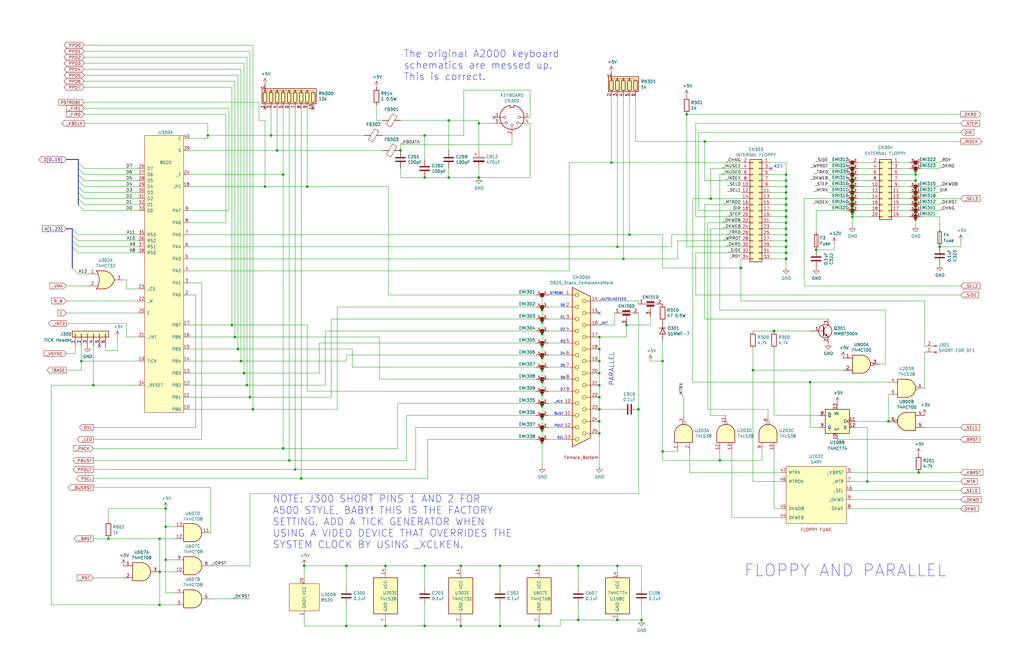
<source format=kicad_sch>
(kicad_sch (version 20230121) (generator eeschema)

  (uuid ec51cbc6-4428-4795-ba7c-8dcfd7c2fb0e)

  (paper "B")

  (title_block
    (title "Amiga 2000 EATX")
    (date "2023-03-10")
    (rev "3.0")
  )

  

  (junction (at 45.72 227.33) (diameter 0) (color 0 0 0 0)
    (uuid 01ec8e76-cec8-408f-a48b-c8d6168ae197)
  )
  (junction (at 119.38 73.66) (diameter 0) (color 0 0 0 0)
    (uuid 02ba5d27-61cc-494f-8407-a535675cf489)
  )
  (junction (at 331.47 91.44) (diameter 0) (color 0 0 0 0)
    (uuid 02d6d108-526f-4236-827d-bac5e8eec2bc)
  )
  (junction (at 116.84 63.5) (diameter 0) (color 0 0 0 0)
    (uuid 0460af77-a52c-485f-a60f-bfc844a4beca)
  )
  (junction (at 87.63 57.15) (diameter 0) (color 0 0 0 0)
    (uuid 04ec6e0a-2f08-4404-86ee-c24ac6efe114)
  )
  (junction (at 194.31 264.16) (diameter 0) (color 0 0 0 0)
    (uuid 053e9fc9-b3c4-4223-b441-5690ebe7f083)
  )
  (junction (at 341.63 161.29) (diameter 0) (color 0 0 0 0)
    (uuid 05b75b1f-b1cf-4ba0-809b-f1d158c8c08b)
  )
  (junction (at 359.41 85.09) (diameter 0) (color 0 0 0 0)
    (uuid 06c3acc2-e909-4843-860d-ba4386f135c8)
  )
  (junction (at 252.73 167.64) (diameter 0) (color 0 0 0 0)
    (uuid 075a5518-a4d0-4fb8-939c-db5719f1c2e3)
  )
  (junction (at 34.29 152.4) (diameter 0) (color 0 0 0 0)
    (uuid 07b4a604-c787-434d-83c6-e59b67c1bb9a)
  )
  (junction (at 228.6 146.05) (diameter 0) (color 0 0 0 0)
    (uuid 085187f3-71ef-4b8e-a527-7bf395cd0f0f)
  )
  (junction (at 179.07 74.93) (diameter 0) (color 0 0 0 0)
    (uuid 08703698-dec2-4b85-92c6-866db7fe5506)
  )
  (junction (at 67.31 227.33) (diameter 0) (color 0 0 0 0)
    (uuid 08c16359-1df7-4f82-b69b-9e99b2f1d114)
  )
  (junction (at 252.73 162.56) (diameter 0) (color 0 0 0 0)
    (uuid 09310e9a-ba64-4e68-b84d-32566b95f6c5)
  )
  (junction (at 297.18 59.69) (diameter 0) (color 0 0 0 0)
    (uuid 09ee9cf5-a101-4ef1-bfc9-8023bdd7af2d)
  )
  (junction (at 359.41 87.63) (diameter 0) (color 0 0 0 0)
    (uuid 0ac97cdc-a21e-4d1b-aee0-628c72707935)
  )
  (junction (at 331.47 83.82) (diameter 0) (color 0 0 0 0)
    (uuid 0da8bcfc-ef7f-4ea0-bfb1-e05f21b0a07a)
  )
  (junction (at 386.08 80.01) (diameter 0) (color 0 0 0 0)
    (uuid 0dec38ca-836a-4bc1-8d39-f9f9db7ac9ae)
  )
  (junction (at 312.42 113.03) (diameter 0) (color 0 0 0 0)
    (uuid 1165fac8-64cc-478c-b832-a6dbcc1dd761)
  )
  (junction (at 228.6 151.13) (diameter 0) (color 0 0 0 0)
    (uuid 146f46a9-12a8-4152-8f37-3b1b8c76bd03)
  )
  (junction (at 210.82 238.76) (diameter 0) (color 0 0 0 0)
    (uuid 178255c5-a20f-4054-9403-cfb3e9626efe)
  )
  (junction (at 331.47 104.14) (diameter 0) (color 0 0 0 0)
    (uuid 1be5ce24-002e-4396-8c9b-ea5a16f218f0)
  )
  (junction (at 260.35 261.62) (diameter 0) (color 0 0 0 0)
    (uuid 1c92fe1f-7738-4e74-ac8b-79d700f7fad0)
  )
  (junction (at 252.73 157.48) (diameter 0) (color 0 0 0 0)
    (uuid 1cab43dd-478e-40e4-87ef-b13e654d8019)
  )
  (junction (at 252.73 182.88) (diameter 0) (color 0 0 0 0)
    (uuid 2038f59a-eee5-47e1-a6da-7f1065874311)
  )
  (junction (at 386.08 76.2) (diameter 0) (color 0 0 0 0)
    (uuid 20f70a55-fa9c-4db3-a55e-eca87070f345)
  )
  (junction (at 69.85 236.22) (diameter 0) (color 0 0 0 0)
    (uuid 2188f82f-425f-4534-adc7-ae9067cd5685)
  )
  (junction (at 189.23 74.93) (diameter 0) (color 0 0 0 0)
    (uuid 2601d13f-b1d5-4549-b05b-d2b6e4bb3827)
  )
  (junction (at 359.41 90.17) (diameter 0) (color 0 0 0 0)
    (uuid 2f22e1ad-2bad-4f49-a4cd-d2363091d9cd)
  )
  (junction (at 227.33 264.16) (diameter 0) (color 0 0 0 0)
    (uuid 3183d3fc-a05f-4ae6-a221-ca9664d56006)
  )
  (junction (at 331.47 81.28) (diameter 0) (color 0 0 0 0)
    (uuid 3288bff7-ba75-415a-981f-b18526d4941a)
  )
  (junction (at 201.93 52.07) (diameter 0) (color 0 0 0 0)
    (uuid 3335f19f-3700-49ab-9469-22df201e4755)
  )
  (junction (at 67.31 255.27) (diameter 0) (color 0 0 0 0)
    (uuid 387c3a3b-15ff-426e-a75e-f34c11036e40)
  )
  (junction (at 396.24 104.14) (diameter 0) (color 0 0 0 0)
    (uuid 38d55c0d-e246-4f7f-af44-77ff4db4f9a9)
  )
  (junction (at 168.91 63.5) (diameter 0) (color 0 0 0 0)
    (uuid 3a17b2e5-367d-4fc8-adea-3068a445e858)
  )
  (junction (at 114.3 57.15) (diameter 0) (color 0 0 0 0)
    (uuid 3ce02f4f-9bb0-4f8b-a1ea-986067a2dfa4)
  )
  (junction (at 260.35 104.14) (diameter 0) (color 0 0 0 0)
    (uuid 3d4ce464-9cfe-45ab-a115-abec4ddb1300)
  )
  (junction (at 121.92 194.31) (diameter 0) (color 0 0 0 0)
    (uuid 3daac299-130a-4163-b194-af057b923300)
  )
  (junction (at 331.47 109.22) (diameter 0) (color 0 0 0 0)
    (uuid 41d8962f-f541-4889-9a6e-5ca48efb8397)
  )
  (junction (at 386.08 87.63) (diameter 0) (color 0 0 0 0)
    (uuid 4268331f-c98d-4fc6-bcde-b5cb2d3189cb)
  )
  (junction (at 331.47 99.06) (diameter 0) (color 0 0 0 0)
    (uuid 42c6225d-16df-45ff-a264-16293d3035af)
  )
  (junction (at 162.56 238.76) (diameter 0) (color 0 0 0 0)
    (uuid 4342d450-0bf1-4f72-9eb2-72a596b1e1ac)
  )
  (junction (at 386.08 85.09) (diameter 0) (color 0 0 0 0)
    (uuid 478e9601-6f53-4ba0-807b-06febb2bdc61)
  )
  (junction (at 331.47 86.36) (diameter 0) (color 0 0 0 0)
    (uuid 4857972f-8f9b-4dbf-acc8-4f48246bf45f)
  )
  (junction (at 104.14 162.56) (diameter 0) (color 0 0 0 0)
    (uuid 49fb2c8d-ec80-4efb-bfec-d1c6045e1798)
  )
  (junction (at 359.41 91.44) (diameter 0) (color 0 0 0 0)
    (uuid 4d561f85-971c-4952-a874-4116699a078b)
  )
  (junction (at 228.6 171.45) (diameter 0) (color 0 0 0 0)
    (uuid 4d73c692-7835-453b-9615-2c6e0cf77e73)
  )
  (junction (at 69.85 222.25) (diameter 0) (color 0 0 0 0)
    (uuid 506c09e8-7c1d-47ef-94f5-9e29e82c53ea)
  )
  (junction (at 228.6 186.69) (diameter 0) (color 0 0 0 0)
    (uuid 51686b54-6d60-4c37-9698-35718cbcd0c5)
  )
  (junction (at 129.54 78.74) (diameter 0) (color 0 0 0 0)
    (uuid 52399d01-36b4-4dcd-8f2f-161c65787e59)
  )
  (junction (at 97.79 137.16) (diameter 0) (color 0 0 0 0)
    (uuid 5354d806-b79c-4b96-bebf-5cfa7a6fb1c1)
  )
  (junction (at 331.47 78.74) (diameter 0) (color 0 0 0 0)
    (uuid 55226f27-de45-4c76-a4be-bd6615e0496a)
  )
  (junction (at 210.82 264.16) (diameter 0) (color 0 0 0 0)
    (uuid 56df092b-90ef-4bea-a341-0a23913a6141)
  )
  (junction (at 228.6 156.21) (diameter 0) (color 0 0 0 0)
    (uuid 56e78392-df27-4362-904b-821919c71fef)
  )
  (junction (at 227.33 238.76) (diameter 0) (color 0 0 0 0)
    (uuid 59477db6-f75b-47fc-8ae4-2a4f6282fc2f)
  )
  (junction (at 279.4 152.4) (diameter 0) (color 0 0 0 0)
    (uuid 599ac0f2-3a30-4dc1-afb0-539a4211e934)
  )
  (junction (at 252.73 177.8) (diameter 0) (color 0 0 0 0)
    (uuid 5bd764a7-ddea-4ba6-b488-34d136b16694)
  )
  (junction (at 331.47 73.66) (diameter 0) (color 0 0 0 0)
    (uuid 5c23f7b5-7ee4-4e33-ab6b-b52a67f83526)
  )
  (junction (at 331.47 76.2) (diameter 0) (color 0 0 0 0)
    (uuid 5e435fac-e7dd-4a32-a395-0057a6d4c3b7)
  )
  (junction (at 243.84 261.62) (diameter 0) (color 0 0 0 0)
    (uuid 5e5da086-f0d9-46a8-9c9c-ef1f0c70741d)
  )
  (junction (at 257.81 68.58) (diameter 0) (color 0 0 0 0)
    (uuid 637e2a65-cd4b-473e-bfe0-88bb3c5a266d)
  )
  (junction (at 228.6 140.97) (diameter 0) (color 0 0 0 0)
    (uuid 64bc29cf-3a80-4203-966d-de9ee824c8d7)
  )
  (junction (at 179.07 264.16) (diameter 0) (color 0 0 0 0)
    (uuid 67575f85-01f9-4046-af2b-555102e005e8)
  )
  (junction (at 359.41 80.01) (diameter 0) (color 0 0 0 0)
    (uuid 67a4760f-7039-4593-b767-d6ee05d001ca)
  )
  (junction (at 228.6 135.89) (diameter 0) (color 0 0 0 0)
    (uuid 6851c220-1ff3-4f54-a2c8-1e03e8047ed6)
  )
  (junction (at 264.16 137.16) (diameter 0) (color 0 0 0 0)
    (uuid 6897f342-8f88-4d04-aef6-647d21c49d8c)
  )
  (junction (at 243.84 238.76) (diameter 0) (color 0 0 0 0)
    (uuid 6bfbfb97-efdc-430d-8897-c10561602bc9)
  )
  (junction (at 99.06 142.24) (diameter 0) (color 0 0 0 0)
    (uuid 6da05e6b-7478-4319-b2ec-dca3f1b36efa)
  )
  (junction (at 162.56 264.16) (diameter 0) (color 0 0 0 0)
    (uuid 71d53c6c-371a-46dc-bf0b-b40a9060a27b)
  )
  (junction (at 386.08 72.39) (diameter 0) (color 0 0 0 0)
    (uuid 74f8bac7-9a72-4eb3-9f64-b20eaec01fae)
  )
  (junction (at 102.87 157.48) (diameter 0) (color 0 0 0 0)
    (uuid 76fa029a-86a3-4b01-a011-c8781acda0db)
  )
  (junction (at 146.05 264.16) (diameter 0) (color 0 0 0 0)
    (uuid 791d769f-e78a-4116-b932-ccd648030bb5)
  )
  (junction (at 331.47 88.9) (diameter 0) (color 0 0 0 0)
    (uuid 7de31b35-527c-4d41-aa8b-151db23a24f7)
  )
  (junction (at 228.6 166.37) (diameter 0) (color 0 0 0 0)
    (uuid 7f5be9b3-2119-4226-b202-b4d232d37c54)
  )
  (junction (at 127 201.93) (diameter 0) (color 0 0 0 0)
    (uuid 7f7da3a8-f12f-444d-b55b-cf27a75fc43e)
  )
  (junction (at 359.41 77.47) (diameter 0) (color 0 0 0 0)
    (uuid 84e44f01-2069-44b5-9ab1-148639b97960)
  )
  (junction (at 331.47 93.98) (diameter 0) (color 0 0 0 0)
    (uuid 84efb4be-5d88-4407-b2f1-030b00091131)
  )
  (junction (at 179.07 57.15) (diameter 0) (color 0 0 0 0)
    (uuid 88b5b258-8d2c-4204-8890-ba94c3a7c65a)
  )
  (junction (at 331.47 106.68) (diameter 0) (color 0 0 0 0)
    (uuid 8c03d5ce-583b-422e-b5b2-34a78868c8fb)
  )
  (junction (at 124.46 198.12) (diameter 0) (color 0 0 0 0)
    (uuid 8c0dcad0-f61c-4e68-9f73-d8542977cf6e)
  )
  (junction (at 189.23 50.8) (diameter 0) (color 0 0 0 0)
    (uuid 8c9555fd-b508-45d9-b1c3-c75ccea34aff)
  )
  (junction (at 260.35 238.76) (diameter 0) (color 0 0 0 0)
    (uuid 8e83f026-2f33-4743-908b-916d9a322e4f)
  )
  (junction (at 252.73 152.4) (diameter 0) (color 0 0 0 0)
    (uuid 8fb2282b-dbe2-4192-9dde-8b18e970beec)
  )
  (junction (at 359.41 72.39) (diameter 0) (color 0 0 0 0)
    (uuid 921d4273-28ec-44ca-971f-e3c9919b9dba)
  )
  (junction (at 270.51 261.62) (diameter 0) (color 0 0 0 0)
    (uuid 934bd191-7074-4543-a2e0-b4684bed4930)
  )
  (junction (at 228.6 181.61) (diameter 0) (color 0 0 0 0)
    (uuid 9934ba8d-320d-4338-982e-321724b69111)
  )
  (junction (at 269.24 172.72) (diameter 0) (color 0 0 0 0)
    (uuid 9abe4466-f2c5-49c5-95b4-343ddf78c232)
  )
  (junction (at 201.93 74.93) (diameter 0) (color 0 0 0 0)
    (uuid 9bd3ed2f-1436-4bf1-9307-ea21d9b9b97a)
  )
  (junction (at 303.53 194.31) (diameter 0) (color 0 0 0 0)
    (uuid 9bf7c487-b66e-4559-8530-97928228ed9b)
  )
  (junction (at 146.05 238.76) (diameter 0) (color 0 0 0 0)
    (uuid 9ecc0072-2ec6-44e4-9d09-59aac02cae02)
  )
  (junction (at 228.6 130.81) (diameter 0) (color 0 0 0 0)
    (uuid aa3387ad-b4a1-4981-926d-0c3cc1361b6f)
  )
  (junction (at 228.6 176.53) (diameter 0) (color 0 0 0 0)
    (uuid ad10dd93-4ba6-4072-91ca-d5a8de3664b0)
  )
  (junction (at 265.43 99.06) (diameter 0) (color 0 0 0 0)
    (uuid b444fe9e-8fac-471c-be64-f42c5c3b5b0e)
  )
  (junction (at 359.41 82.55) (diameter 0) (color 0 0 0 0)
    (uuid b4613c46-35d9-4823-8d23-8f6a454c71c7)
  )
  (junction (at 299.72 83.82) (diameter 0) (color 0 0 0 0)
    (uuid b467df94-ab77-4367-a3f4-cd3fe9cd65d8)
  )
  (junction (at 331.47 96.52) (diameter 0) (color 0 0 0 0)
    (uuid b4969bc7-0e73-482a-a13b-6cfaa602bda8)
  )
  (junction (at 128.27 238.76) (diameter 0) (color 0 0 0 0)
    (uuid b5ac691f-daad-46c7-9a4f-e30d830ac3d1)
  )
  (junction (at 252.73 147.32) (diameter 0) (color 0 0 0 0)
    (uuid b988e1e7-977a-4399-8e95-f113d3ee0113)
  )
  (junction (at 194.31 238.76) (diameter 0) (color 0 0 0 0)
    (uuid bb09736d-cf9e-411a-a396-0978c41a7d1c)
  )
  (junction (at 386.08 73.66) (diameter 0) (color 0 0 0 0)
    (uuid c11d787f-5d30-4434-9424-e7e1b65a1511)
  )
  (junction (at 111.76 78.74) (diameter 0) (color 0 0 0 0)
    (uuid c22197f8-da3a-4613-ac15-5bc32504076a)
  )
  (junction (at 106.68 172.72) (diameter 0) (color 0 0 0 0)
    (uuid c3efae6f-81ec-4cbc-a174-c052fedc2cf7)
  )
  (junction (at 228.6 161.29) (diameter 0) (color 0 0 0 0)
    (uuid c435f905-9d3c-45b0-9060-fb2590c5b617)
  )
  (junction (at 67.31 241.3) (diameter 0) (color 0 0 0 0)
    (uuid c5166480-6024-443a-bec4-2ccd7b32956c)
  )
  (junction (at 374.65 177.8) (diameter 0) (color 0 0 0 0)
    (uuid c5793d68-bce6-403c-9af8-a9ac3786338f)
  )
  (junction (at 365.76 203.2) (diameter 0) (color 0 0 0 0)
    (uuid c93d78a7-056c-4702-b22d-401bbcd155dc)
  )
  (junction (at 317.5 156.21) (diameter 0) (color 0 0 0 0)
    (uuid c9474584-887b-469d-aa7a-ab8262df0cb3)
  )
  (junction (at 252.73 172.72) (diameter 0) (color 0 0 0 0)
    (uuid ca3e0ee9-660b-4bcc-a119-32a0116e0c4a)
  )
  (junction (at 179.07 238.76) (diameter 0) (color 0 0 0 0)
    (uuid cb51e9cd-6744-4ddb-8953-f6144df8fc79)
  )
  (junction (at 359.41 74.93) (diameter 0) (color 0 0 0 0)
    (uuid cf78dcb7-32e6-49fd-86e8-f807ab055951)
  )
  (junction (at 279.4 190.5) (diameter 0) (color 0 0 0 0)
    (uuid d0b03f97-b83d-4a8a-a207-213d63af0770)
  )
  (junction (at 386.08 90.17) (diameter 0) (color 0 0 0 0)
    (uuid d3102571-8e65-4cc5-8b25-009277b7a99c)
  )
  (junction (at 262.89 109.22) (diameter 0) (color 0 0 0 0)
    (uuid d4128881-3d96-4a28-aac8-817a62becca0)
  )
  (junction (at 252.73 142.24) (diameter 0) (color 0 0 0 0)
    (uuid d451f105-bf40-4dd5-99b1-31071ffdc519)
  )
  (junction (at 344.17 105.41) (diameter 0) (color 0 0 0 0)
    (uuid d701e9fa-0b94-44e1-b562-95504567842d)
  )
  (junction (at 39.37 162.56) (diameter 0) (color 0 0 0 0)
    (uuid d717f07e-122f-4fee-b9b6-dbf532943e40)
  )
  (junction (at 331.47 101.6) (diameter 0) (color 0 0 0 0)
    (uuid d91e8bc8-fb48-4f5a-9e71-4c6764f194b0)
  )
  (junction (at 387.35 199.39) (diameter 0) (color 0 0 0 0)
    (uuid db02832b-a106-4758-aa04-61e143c58f87)
  )
  (junction (at 289.56 48.26) (diameter 0) (color 0 0 0 0)
    (uuid df6041c7-c7de-4ba5-b5fc-270f4724ec76)
  )
  (junction (at 386.08 92.71) (diameter 0) (color 0 0 0 0)
    (uuid e266d3d9-8cb4-4b1d-be28-5304a3896c3c)
  )
  (junction (at 326.39 139.7) (diameter 0) (color 0 0 0 0)
    (uuid e4c5e04c-6137-4307-b5db-a59c804f41e0)
  )
  (junction (at 101.6 152.4) (diameter 0) (color 0 0 0 0)
    (uuid e544aa60-9e9f-45c5-8dc8-37420215e5dd)
  )
  (junction (at 119.38 189.23) (diameter 0) (color 0 0 0 0)
    (uuid e5a00f7b-7db7-409f-ab84-d0b9a828f71c)
  )
  (junction (at 69.85 214.63) (diameter 0) (color 0 0 0 0)
    (uuid ef9f83d0-e251-4f26-9710-c95ead6ff0fe)
  )
  (junction (at 386.08 82.55) (diameter 0) (color 0 0 0 0)
    (uuid f17e2580-0bde-46a7-9eb2-63d7904ceaba)
  )
  (junction (at 100.33 147.32) (diameter 0) (color 0 0 0 0)
    (uuid fc006395-ba25-460f-8522-3a0a9347971a)
  )
  (junction (at 105.41 167.64) (diameter 0) (color 0 0 0 0)
    (uuid ff27c1ef-23f7-4474-8512-9f69bcd852cb)
  )

  (no_connect (at 208.28 49.53) (uuid 02e03f86-6af7-4c14-829e-fd5cd560f1c7))
  (no_connect (at 132.08 45.72) (uuid 02e0d7da-bb16-4f3c-8f81-79b925a48414))
  (no_connect (at 325.12 71.12) (uuid 588790b8-f6b4-46df-8fef-5f628831a293))
  (no_connect (at 111.76 45.72) (uuid 5b9be708-10c9-4071-8224-a3903245c95d))
  (no_connect (at 252.73 132.08) (uuid 61d9848c-542a-4c6d-9ba9-cb35024fb9d0))
  (no_connect (at 41.91 146.05) (uuid a27abacc-c2fe-413a-9c84-b449b97d46b8))

  (bus_entry (at 33.02 104.14) (size -2.54 -2.54)
    (stroke (width 0) (type default))
    (uuid 020188e2-98d9-4723-bf46-b36757bb0d85)
  )
  (bus_entry (at 33.02 115.57) (size -2.54 -2.54)
    (stroke (width 0) (type default))
    (uuid 05dd7a16-eabd-40cc-8572-a9f1ab7dbd22)
  )
  (bus_entry (at 35.56 88.9) (size -2.54 -2.54)
    (stroke (width 0) (type default))
    (uuid 06e6a791-87d3-41e1-a332-ce70ac8fcdb1)
  )
  (bus_entry (at 35.56 83.82) (size -2.54 -2.54)
    (stroke (width 0) (type default))
    (uuid 218af068-aabb-4fcb-8e69-6bcbade34f68)
  )
  (bus_entry (at 35.56 76.2) (size -2.54 -2.54)
    (stroke (width 0) (type default))
    (uuid 310728bb-e33d-47c9-a318-60237637c30b)
  )
  (bus_entry (at 35.56 81.28) (size -2.54 -2.54)
    (stroke (width 0) (type default))
    (uuid 34ed804f-20a7-4543-928b-926b49cd3f31)
  )
  (bus_entry (at 33.02 106.68) (size -2.54 -2.54)
    (stroke (width 0) (type default))
    (uuid 41dd88c9-200a-48ea-91af-9db7b3d52a8e)
  )
  (bus_entry (at 33.02 101.6) (size -2.54 -2.54)
    (stroke (width 0) (type default))
    (uuid 4c1aecd5-e4bd-4668-a102-c703ec84652f)
  )
  (bus_entry (at 35.56 86.36) (size -2.54 -2.54)
    (stroke (width 0) (type default))
    (uuid 5d80e97a-e90d-4096-85ab-6984c61548b9)
  )
  (bus_entry (at 35.56 73.66) (size -2.54 -2.54)
    (stroke (width 0) (type default))
    (uuid 62911ee6-238d-4700-a9f1-3b7e6d63ca98)
  )
  (bus_entry (at 35.56 78.74) (size -2.54 -2.54)
    (stroke (width 0) (type default))
    (uuid 6afbe2a8-12eb-4cfc-9727-57d3d5e0a8dd)
  )
  (bus_entry (at 33.02 99.06) (size -2.54 -2.54)
    (stroke (width 0) (type default))
    (uuid 8a18a15e-3bf5-42a4-b488-0b7687451947)
  )
  (bus_entry (at 35.56 71.12) (size -2.54 -2.54)
    (stroke (width 0) (type default))
    (uuid f2116967-bc4d-4cc3-bb56-9bd07ad16522)
  )

  (wire (pts (xy 180.34 185.42) (xy 180.34 201.93))
    (stroke (width 0) (type default))
    (uuid 001b81d9-d88e-4808-b738-e8e6dee0bd96)
  )
  (wire (pts (xy 80.01 99.06) (xy 265.43 99.06))
    (stroke (width 0) (type default))
    (uuid 005fb27e-2a96-4779-a0ce-0d20f02e91b8)
  )
  (wire (pts (xy 146.05 238.76) (xy 128.27 238.76))
    (stroke (width 0) (type default))
    (uuid 00685feb-adca-482a-82fd-32944f3a80fd)
  )
  (wire (pts (xy 260.35 104.14) (xy 283.21 104.14))
    (stroke (width 0) (type default))
    (uuid 006e54aa-41bd-4b2d-9fc0-7cfdaf84ab7e)
  )
  (wire (pts (xy 339.09 120.65) (xy 339.09 83.82))
    (stroke (width 0) (type default))
    (uuid 016279bc-28b7-402f-95db-f02447c33a94)
  )
  (wire (pts (xy 139.7 167.64) (xy 105.41 167.64))
    (stroke (width 0) (type default))
    (uuid 01c8aab1-a5f7-457e-9d3b-56591a2e0ad9)
  )
  (wire (pts (xy 194.31 264.16) (xy 179.07 264.16))
    (stroke (width 0) (type default))
    (uuid 036324a5-53fa-453c-9627-20548eee8e87)
  )
  (wire (pts (xy 137.16 162.56) (xy 104.14 162.56))
    (stroke (width 0) (type default))
    (uuid 039548a8-5ba1-4eab-ab6a-0124fc817902)
  )
  (wire (pts (xy 124.46 45.72) (xy 124.46 198.12))
    (stroke (width 0) (type default))
    (uuid 05484633-ce3f-4788-b2de-dfd64e2642f0)
  )
  (wire (pts (xy 34.29 152.4) (xy 34.29 156.21))
    (stroke (width 0) (type default))
    (uuid 05ffbb08-8b26-4f4d-9066-13c0dbf0feeb)
  )
  (wire (pts (xy 359.41 199.39) (xy 387.35 199.39))
    (stroke (width 0) (type default))
    (uuid 062afb2b-8c34-48e5-a777-a41d04dd1311)
  )
  (wire (pts (xy 179.07 264.16) (xy 162.56 264.16))
    (stroke (width 0) (type default))
    (uuid 06bb2aee-424e-4003-87f0-f7447376fb9f)
  )
  (wire (pts (xy 227.33 238.76) (xy 210.82 238.76))
    (stroke (width 0) (type default))
    (uuid 06f9fd84-1d40-40ae-9cc3-257b1a42f654)
  )
  (wire (pts (xy 35.56 21.59) (xy 105.41 21.59))
    (stroke (width 0) (type default))
    (uuid 0736b2f0-96b1-431e-a8f8-69018ee68813)
  )
  (wire (pts (xy 168.91 74.93) (xy 179.07 74.93))
    (stroke (width 0) (type default))
    (uuid 078a52e0-2184-41a2-953d-2bcf32352b37)
  )
  (wire (pts (xy 388.62 68.58) (xy 396.24 68.58))
    (stroke (width 0) (type default))
    (uuid 07b5df3c-0dd5-4bef-8fe5-77bad94e6d0d)
  )
  (wire (pts (xy 39.37 243.84) (xy 52.07 243.84))
    (stroke (width 0) (type default))
    (uuid 07eec5a6-1654-40bc-acdb-36fc84ce3c18)
  )
  (wire (pts (xy 236.22 264.16) (xy 236.22 261.62))
    (stroke (width 0) (type default))
    (uuid 083b1507-a23e-4a7e-9903-28fbe4fa060f)
  )
  (wire (pts (xy 325.12 106.68) (xy 331.47 106.68))
    (stroke (width 0) (type default))
    (uuid 09239366-07e4-417f-b8d9-bd85e8cb3b0c)
  )
  (wire (pts (xy 388.62 91.44) (xy 396.24 91.44))
    (stroke (width 0) (type default))
    (uuid 099dbcf5-f311-46bb-b8bc-1b415742d755)
  )
  (wire (pts (xy 73.66 222.25) (xy 69.85 222.25))
    (stroke (width 0) (type default))
    (uuid 09a200a3-222d-4c9e-812e-930f535d6515)
  )
  (wire (pts (xy 331.47 109.22) (xy 331.47 113.03))
    (stroke (width 0) (type default))
    (uuid 09c87a85-cc90-40b0-8ff1-788a81ffc0f2)
  )
  (bus (pts (xy 30.48 104.14) (xy 30.48 113.03))
    (stroke (width 0) (type default))
    (uuid 0a6da366-1f21-4271-8e45-3f4b6c627801)
  )

  (wire (pts (xy 279.4 113.03) (xy 312.42 113.03))
    (stroke (width 0) (type default))
    (uuid 0a9f7a96-3eea-4477-83ce-f44e885e376b)
  )
  (wire (pts (xy 21.59 162.56) (xy 39.37 162.56))
    (stroke (width 0) (type default))
    (uuid 0b27bb29-c2fc-4676-8c27-253a26d618e6)
  )
  (wire (pts (xy 80.01 73.66) (xy 119.38 73.66))
    (stroke (width 0) (type default))
    (uuid 0b555763-80f1-4804-a271-a081ae04daa4)
  )
  (wire (pts (xy 328.93 214.63) (xy 326.39 214.63))
    (stroke (width 0) (type default))
    (uuid 0b7b39c2-03cc-453a-9bd6-1899ed2032d1)
  )
  (wire (pts (xy 405.13 203.2) (xy 365.76 203.2))
    (stroke (width 0) (type default))
    (uuid 0c482269-e96d-4fb7-927c-0eb0bf7d8df7)
  )
  (wire (pts (xy 35.56 36.83) (xy 97.79 36.83))
    (stroke (width 0) (type default))
    (uuid 0cc1bb5b-1335-405f-bd2e-aac12b4c8ba0)
  )
  (wire (pts (xy 69.85 236.22) (xy 69.85 222.25))
    (stroke (width 0) (type default))
    (uuid 0d8996e0-9964-477e-8f58-937bdefd83c1)
  )
  (wire (pts (xy 379.73 91.44) (xy 383.54 91.44))
    (stroke (width 0) (type default))
    (uuid 0dfc79ec-67b4-4723-a2d2-80d61cb95675)
  )
  (wire (pts (xy 67.31 241.3) (xy 73.66 241.3))
    (stroke (width 0) (type default))
    (uuid 0f1441a8-97de-4ff0-95b2-064a3e787d20)
  )
  (wire (pts (xy 260.35 238.76) (xy 260.35 241.3))
    (stroke (width 0) (type default))
    (uuid 0f515736-b6a0-401d-9c77-9881383d9bcc)
  )
  (wire (pts (xy 160.02 160.02) (xy 160.02 142.24))
    (stroke (width 0) (type default))
    (uuid 0f543329-38ec-4468-b631-bec8bd15e48f)
  )
  (wire (pts (xy 262.89 109.22) (xy 285.75 109.22))
    (stroke (width 0) (type default))
    (uuid 0faf9ccf-6d70-49ec-bf06-4e411043838f)
  )
  (wire (pts (xy 179.07 57.15) (xy 161.29 57.15))
    (stroke (width 0) (type default))
    (uuid 1050e510-f2c5-4977-8db1-447dc6d7b105)
  )
  (wire (pts (xy 341.63 180.34) (xy 341.63 161.29))
    (stroke (width 0) (type default))
    (uuid 107a1482-f661-435b-a5bb-e81292db5057)
  )
  (wire (pts (xy 388.62 81.28) (xy 396.24 81.28))
    (stroke (width 0) (type default))
    (uuid 114f8fd1-5924-4a31-9822-0b07b778563d)
  )
  (wire (pts (xy 95.25 48.26) (xy 35.56 48.26))
    (stroke (width 0) (type default))
    (uuid 12222485-929a-415f-9b62-70588769ccfe)
  )
  (wire (pts (xy 269.24 172.72) (xy 269.24 208.28))
    (stroke (width 0) (type default))
    (uuid 124681ad-0c2c-4310-8fd9-1bda0d251f56)
  )
  (wire (pts (xy 344.17 105.41) (xy 351.79 105.41))
    (stroke (width 0) (type default))
    (uuid 125b4761-2ad5-4c89-9e4c-689f628a0f51)
  )
  (wire (pts (xy 321.31 194.31) (xy 303.53 194.31))
    (stroke (width 0) (type default))
    (uuid 1287c86e-f610-488d-a45d-68d0470019ef)
  )
  (wire (pts (xy 383.54 88.9) (xy 379.73 88.9))
    (stroke (width 0) (type default))
    (uuid 1321f7f9-4be9-4233-804a-d76b1ac5dcba)
  )
  (wire (pts (xy 356.87 76.2) (xy 349.25 76.2))
    (stroke (width 0) (type default))
    (uuid 132da6a0-4da3-456c-9be8-2db864ffd99e)
  )
  (wire (pts (xy 175.26 180.34) (xy 175.26 198.12))
    (stroke (width 0) (type default))
    (uuid 138a8335-6af3-4e6f-a503-ec6eb8fb40be)
  )
  (wire (pts (xy 356.87 78.74) (xy 349.25 78.74))
    (stroke (width 0) (type default))
    (uuid 144479a2-4a07-410c-875a-9224b16b0c9c)
  )
  (wire (pts (xy 97.79 137.16) (xy 80.01 137.16))
    (stroke (width 0) (type default))
    (uuid 148f5f66-ffb1-47fc-bff8-be5b2ecb1ecc)
  )
  (wire (pts (xy 331.47 101.6) (xy 331.47 104.14))
    (stroke (width 0) (type default))
    (uuid 14f7e94c-a9cd-4f1e-906f-5ef1f8b93343)
  )
  (wire (pts (xy 252.73 162.56) (xy 252.73 167.64))
    (stroke (width 0) (type default))
    (uuid 15060d25-4a73-48b8-9ee3-3ac4502c742a)
  )
  (wire (pts (xy 210.82 264.16) (xy 194.31 264.16))
    (stroke (width 0) (type default))
    (uuid 15a46c4d-ad8f-4fbb-9c83-256f9ffa3c14)
  )
  (wire (pts (xy 158.75 44.45) (xy 158.75 50.8))
    (stroke (width 0) (type default))
    (uuid 15b87a36-bdd8-4098-ab3f-c937ee226be4)
  )
  (wire (pts (xy 379.73 81.28) (xy 383.54 81.28))
    (stroke (width 0) (type default))
    (uuid 15bd17e3-e0a2-462b-ab06-b1941acd67cf)
  )
  (wire (pts (xy 325.12 88.9) (xy 331.47 88.9))
    (stroke (width 0) (type default))
    (uuid 15e235c4-06ed-49ae-8f08-b3fcd61a7d19)
  )
  (wire (pts (xy 201.93 74.93) (xy 223.52 74.93))
    (stroke (width 0) (type default))
    (uuid 17687100-067d-4049-9504-a3a1745ce596)
  )
  (wire (pts (xy 231.14 185.42) (xy 237.49 185.42))
    (stroke (width 0) (type default))
    (uuid 17aa384f-1565-4304-885a-65a12017e3d1)
  )
  (wire (pts (xy 297.18 59.69) (xy 267.97 59.69))
    (stroke (width 0) (type default))
    (uuid 1b0233cf-8711-41de-a686-f97e13a12e92)
  )
  (wire (pts (xy 226.06 180.34) (xy 175.26 180.34))
    (stroke (width 0) (type default))
    (uuid 1bd4c022-7f17-4a40-ad75-d5c18abc9993)
  )
  (wire (pts (xy 168.91 63.5) (xy 168.91 60.96))
    (stroke (width 0) (type default))
    (uuid 1bdae403-040c-4711-8853-5be13d71be19)
  )
  (wire (pts (xy 341.63 161.29) (xy 374.65 161.29))
    (stroke (width 0) (type default))
    (uuid 1bede918-ae6e-424a-9f09-5fdfa1f75956)
  )
  (wire (pts (xy 360.68 177.8) (xy 374.65 177.8))
    (stroke (width 0) (type default))
    (uuid 1bf93670-b2a2-4aab-8934-0d855d82d0ef)
  )
  (wire (pts (xy 39.37 180.34) (xy 82.55 180.34))
    (stroke (width 0) (type default))
    (uuid 1c814602-3725-46b2-83ae-752b45f6b85d)
  )
  (wire (pts (xy 297.18 134.62) (xy 349.25 134.62))
    (stroke (width 0) (type default))
    (uuid 1da76110-e798-4206-ae2c-55905f9fe026)
  )
  (wire (pts (xy 146.05 152.4) (xy 146.05 149.86))
    (stroke (width 0) (type default))
    (uuid 1e830c3a-7889-4609-8065-6aa214788371)
  )
  (wire (pts (xy 312.42 86.36) (xy 297.18 86.36))
    (stroke (width 0) (type default))
    (uuid 1eecd130-aaa8-4c70-afb4-da22a4cbf69c)
  )
  (wire (pts (xy 231.14 144.78) (xy 237.49 144.78))
    (stroke (width 0) (type default))
    (uuid 1f0984d9-a8e9-4e86-a69c-eb471161e0cc)
  )
  (wire (pts (xy 260.35 261.62) (xy 270.51 261.62))
    (stroke (width 0) (type default))
    (uuid 1f3839f9-ef00-4adc-9d78-f2a3540e6f68)
  )
  (wire (pts (xy 325.12 96.52) (xy 331.47 96.52))
    (stroke (width 0) (type default))
    (uuid 1f52d15d-6cfe-4914-9373-e9cfe110664f)
  )
  (wire (pts (xy 367.03 81.28) (xy 361.95 81.28))
    (stroke (width 0) (type default))
    (uuid 1f6f028e-5247-445a-a5a8-a17b4524ae1e)
  )
  (wire (pts (xy 328.93 199.39) (xy 290.83 199.39))
    (stroke (width 0) (type default))
    (uuid 1fa73b84-92e2-4363-aeb5-d95c5771c88e)
  )
  (wire (pts (xy 331.47 86.36) (xy 331.47 88.9))
    (stroke (width 0) (type default))
    (uuid 200ac17b-166f-4517-8628-35fc8cb35303)
  )
  (wire (pts (xy 35.56 83.82) (xy 58.42 83.82))
    (stroke (width 0) (type default))
    (uuid 200d0a36-1b9a-45f0-9091-0c028d98123f)
  )
  (wire (pts (xy 292.1 161.29) (xy 292.1 83.82))
    (stroke (width 0) (type default))
    (uuid 20434bb7-403e-446b-a455-3eed3b4b7380)
  )
  (wire (pts (xy 228.6 156.21) (xy 228.6 161.29))
    (stroke (width 0) (type default))
    (uuid 204c2989-1207-4c07-9a2d-8bcf1ac68816)
  )
  (wire (pts (xy 252.73 167.64) (xy 252.73 172.72))
    (stroke (width 0) (type default))
    (uuid 211dbf50-990c-4650-ba0e-7bab3431cfe0)
  )
  (wire (pts (xy 379.73 68.58) (xy 383.54 68.58))
    (stroke (width 0) (type default))
    (uuid 21284acb-1758-4e4c-9237-becfe04690de)
  )
  (wire (pts (xy 386.08 87.63) (xy 386.08 85.09))
    (stroke (width 0) (type default))
    (uuid 21413af3-7c99-44b3-9d30-ef82dd3c1b28)
  )
  (wire (pts (xy 356.87 71.12) (xy 349.25 71.12))
    (stroke (width 0) (type default))
    (uuid 2174135e-f1dd-42fe-832a-5c6a35be64a0)
  )
  (wire (pts (xy 111.76 50.8) (xy 111.76 78.74))
    (stroke (width 0) (type default))
    (uuid 2188e36f-e66a-40f8-ad90-262f649d7613)
  )
  (bus (pts (xy 30.48 101.6) (xy 30.48 104.14))
    (stroke (width 0) (type default))
    (uuid 21d157f3-d4fa-4096-a652-03e285b49bb7)
  )

  (wire (pts (xy 386.08 82.55) (xy 386.08 80.01))
    (stroke (width 0) (type default))
    (uuid 224f7967-343b-49ad-b8a1-7424b81b73f3)
  )
  (wire (pts (xy 27.94 127) (xy 58.42 127))
    (stroke (width 0) (type default))
    (uuid 226d91c2-45e8-4b16-ba0e-848690252ec9)
  )
  (wire (pts (xy 323.85 172.72) (xy 323.85 175.26))
    (stroke (width 0) (type default))
    (uuid 2298c097-5727-4ea4-ad9d-4b52c4ca068f)
  )
  (wire (pts (xy 270.51 261.62) (xy 270.51 255.27))
    (stroke (width 0) (type default))
    (uuid 22e40c8e-da97-463e-847d-8fcf9f22edb5)
  )
  (wire (pts (xy 58.42 152.4) (xy 34.29 152.4))
    (stroke (width 0) (type default))
    (uuid 230acb78-cc22-4a13-942c-a2fb854e6731)
  )
  (wire (pts (xy 80.01 104.14) (xy 260.35 104.14))
    (stroke (width 0) (type default))
    (uuid 2349ca81-c2c4-4ec3-98c4-6ac32708e4f5)
  )
  (wire (pts (xy 285.75 101.6) (xy 312.42 101.6))
    (stroke (width 0) (type default))
    (uuid 235b89f9-3ab6-4ea4-952e-b7df8f9bd07f)
  )
  (wire (pts (xy 231.14 165.1) (xy 237.49 165.1))
    (stroke (width 0) (type default))
    (uuid 236126c5-8555-4816-9055-2931037306b5)
  )
  (wire (pts (xy 195.58 38.1) (xy 195.58 57.15))
    (stroke (width 0) (type default))
    (uuid 2567c2d9-e1b3-481f-8c1e-ed94fb764be4)
  )
  (wire (pts (xy 31.75 149.225) (xy 27.94 149.225))
    (stroke (width 0) (type default))
    (uuid 26196159-467f-4deb-b0e7-afdc03d9285f)
  )
  (wire (pts (xy 290.83 199.39) (xy 290.83 190.5))
    (stroke (width 0) (type default))
    (uuid 2678c74c-e949-4d88-bbc2-304d06b3f3a5)
  )
  (wire (pts (xy 312.42 88.9) (xy 294.64 88.9))
    (stroke (width 0) (type default))
    (uuid 27a33d4d-cc41-48fd-8ae6-7ada9172395c)
  )
  (wire (pts (xy 231.14 129.54) (xy 237.49 129.54))
    (stroke (width 0) (type default))
    (uuid 27bcf233-33ee-4f1b-8c76-9665a3068372)
  )
  (wire (pts (xy 294.64 55.88) (xy 405.13 55.88))
    (stroke (width 0) (type default))
    (uuid 27da146f-eae0-44ee-8fa7-e7614fae2c35)
  )
  (wire (pts (xy 274.32 133.35) (xy 274.32 137.16))
    (stroke (width 0) (type default))
    (uuid 29e9c8a9-580b-40c0-92c4-57f27bcf5724)
  )
  (wire (pts (xy 34.29 156.21) (xy 27.94 156.21))
    (stroke (width 0) (type default))
    (uuid 29ecb931-db7b-4604-b8d2-4c3c8ab809bf)
  )
  (wire (pts (xy 96.52 88.9) (xy 80.01 88.9))
    (stroke (width 0) (type default))
    (uuid 2a835517-c497-4ee7-be18-44a8f2f4cbd1)
  )
  (wire (pts (xy 69.85 236.22) (xy 69.85 250.19))
    (stroke (width 0) (type default))
    (uuid 2bf9347c-c53c-450f-8e44-40da7812d8ff)
  )
  (wire (pts (xy 326.39 214.63) (xy 326.39 190.5))
    (stroke (width 0) (type default))
    (uuid 2cf46217-3d61-49ee-baf1-301d8e807f99)
  )
  (wire (pts (xy 119.38 73.66) (xy 119.38 189.23))
    (stroke (width 0) (type default))
    (uuid 2d6093a6-bcec-457e-91a3-0a79c468bf09)
  )
  (wire (pts (xy 359.41 91.44) (xy 359.41 95.25))
    (stroke (width 0) (type default))
    (uuid 2d960d31-6c36-4dd8-8589-ec0672ffd1b2)
  )
  (wire (pts (xy 44.45 147.955) (xy 49.53 147.955))
    (stroke (width 0) (type default))
    (uuid 2e28a580-fa9e-4b44-ad1d-bff076a4a564)
  )
  (bus (pts (xy 33.02 71.12) (xy 33.02 73.66))
    (stroke (width 0) (type default))
    (uuid 2e29ae34-a109-4889-bd6b-4ceab1333c8e)
  )

  (wire (pts (xy 195.58 57.15) (xy 179.07 57.15))
    (stroke (width 0) (type default))
    (uuid 2ec649c5-cea7-4a29-80e5-4c3f1f090a07)
  )
  (wire (pts (xy 379.73 78.74) (xy 383.54 78.74))
    (stroke (width 0) (type default))
    (uuid 2ed101ed-8f91-4642-a3be-6036ae5ea8aa)
  )
  (wire (pts (xy 35.56 43.18) (xy 109.22 43.18))
    (stroke (width 0) (type default))
    (uuid 309fb627-2d08-4ad6-8640-131842b88fca)
  )
  (wire (pts (xy 201.93 52.07) (xy 201.93 50.8))
    (stroke (width 0) (type default))
    (uuid 31d83b75-e04e-4f46-b439-eaacad8e4c9f)
  )
  (wire (pts (xy 388.62 78.74) (xy 396.24 78.74))
    (stroke (width 0) (type default))
    (uuid 322e9eba-ee3b-46f4-89e0-a9fc05ca446e)
  )
  (wire (pts (xy 367.03 73.66) (xy 361.95 73.66))
    (stroke (width 0) (type default))
    (uuid 326122c3-5094-4684-a2ab-200bf2795dd7)
  )
  (wire (pts (xy 88.9 238.76) (xy 105.41 238.76))
    (stroke (width 0) (type default))
    (uuid 33220d50-9489-4b13-9a13-07ea94107769)
  )
  (wire (pts (xy 228.6 140.97) (xy 228.6 146.05))
    (stroke (width 0) (type default))
    (uuid 3356ed42-c654-4dab-950d-d94cfe4140f1)
  )
  (wire (pts (xy 294.64 88.9) (xy 294.64 55.88))
    (stroke (width 0) (type default))
    (uuid 33aad21f-1855-4e93-88e1-73cbe1b61718)
  )
  (bus (pts (xy 33.02 76.2) (xy 33.02 78.74))
    (stroke (width 0) (type default))
    (uuid 34a26de8-9c38-4fd6-bd06-47fe0e838ed3)
  )

  (wire (pts (xy 67.31 255.27) (xy 21.59 255.27))
    (stroke (width 0) (type default))
    (uuid 34b09fb1-8520-4fe7-89c4-2816a611d68a)
  )
  (wire (pts (xy 142.24 129.54) (xy 142.24 172.72))
    (stroke (width 0) (type default))
    (uuid 34e327d6-8c6f-4bc9-b63e-02afff80050b)
  )
  (wire (pts (xy 386.08 92.71) (xy 386.08 90.17))
    (stroke (width 0) (type default))
    (uuid 35282172-8bbe-42ce-9686-38f18b7657e4)
  )
  (wire (pts (xy 58.42 86.36) (xy 35.56 86.36))
    (stroke (width 0) (type default))
    (uuid 35987474-ea67-4f8b-bfe8-298dd376e4af)
  )
  (wire (pts (xy 349.25 73.66) (xy 356.87 73.66))
    (stroke (width 0) (type default))
    (uuid 35a65feb-3bf6-49fd-adeb-c1b754826eb3)
  )
  (wire (pts (xy 215.9 57.15) (xy 215.9 60.96))
    (stroke (width 0) (type default))
    (uuid 35c6c573-1ba4-4557-b304-c94197097d81)
  )
  (wire (pts (xy 298.45 93.98) (xy 298.45 172.72))
    (stroke (width 0) (type default))
    (uuid 363e9e73-72d7-457d-8681-b8bf926f3d65)
  )
  (wire (pts (xy 226.06 144.78) (xy 134.62 144.78))
    (stroke (width 0) (type default))
    (uuid 36d58ce2-5534-49ef-9733-715ebe6023b9)
  )
  (wire (pts (xy 312.42 71.12) (xy 299.72 71.12))
    (stroke (width 0) (type default))
    (uuid 374d05c7-03c5-4112-94c7-936207d62752)
  )
  (wire (pts (xy 35.56 88.9) (xy 58.42 88.9))
    (stroke (width 0) (type default))
    (uuid 37ae9fa9-2807-4e6c-9167-54cc4cfcc086)
  )
  (wire (pts (xy 331.47 81.28) (xy 331.47 83.82))
    (stroke (width 0) (type default))
    (uuid 3871af05-cf9b-42a3-8fb9-a0d2372426a6)
  )
  (wire (pts (xy 328.93 218.44) (xy 308.61 218.44))
    (stroke (width 0) (type default))
    (uuid 387584d8-e113-4ee5-8505-7895c9b93933)
  )
  (wire (pts (xy 39.37 189.23) (xy 119.38 189.23))
    (stroke (width 0) (type default))
    (uuid 388d3d83-4adb-49e6-83ed-79cea9dc2012)
  )
  (wire (pts (xy 69.85 250.19) (xy 73.66 250.19))
    (stroke (width 0) (type default))
    (uuid 395eda1a-e9f1-4b74-929e-2f75f2321892)
  )
  (wire (pts (xy 317.5 139.7) (xy 326.39 139.7))
    (stroke (width 0) (type default))
    (uuid 396a719f-5b1f-4ef7-9219-288af8db9f9e)
  )
  (wire (pts (xy 106.68 172.72) (xy 80.01 172.72))
    (stroke (width 0) (type default))
    (uuid 3a49d4e6-9dba-49aa-99d1-a76d1c88eccb)
  )
  (wire (pts (xy 288.29 175.26) (xy 288.29 167.64))
    (stroke (width 0) (type default))
    (uuid 3af858aa-7bd9-45ef-911e-033ea50fb215)
  )
  (bus (pts (xy 33.02 78.74) (xy 33.02 81.28))
    (stroke (width 0) (type default))
    (uuid 3db8998b-89ce-434a-a76d-b45a887bfc11)
  )

  (wire (pts (xy 227.33 264.16) (xy 236.22 264.16))
    (stroke (width 0) (type default))
    (uuid 3f631cb9-20f9-4c67-b9e1-9e9bc90c3efb)
  )
  (wire (pts (xy 167.64 189.23) (xy 119.38 189.23))
    (stroke (width 0) (type default))
    (uuid 413f2448-d778-4c6d-8940-0095d8d710ef)
  )
  (wire (pts (xy 359.41 72.39) (xy 359.41 74.93))
    (stroke (width 0) (type default))
    (uuid 41dbced4-4ffe-4d91-9e9c-17a95a1e6226)
  )
  (wire (pts (xy 49.53 147.955) (xy 49.53 142.24))
    (stroke (width 0) (type default))
    (uuid 41e295b9-7a80-4206-af90-8e75e471255d)
  )
  (wire (pts (xy 162.56 264.16) (xy 146.05 264.16))
    (stroke (width 0) (type default))
    (uuid 42393321-ac45-4983-a833-ac41fe05b5e4)
  )
  (wire (pts (xy 67.31 241.3) (xy 67.31 255.27))
    (stroke (width 0) (type default))
    (uuid 425d51e9-c146-41ea-9d5c-1190e8299a9b)
  )
  (wire (pts (xy 146.05 255.27) (xy 146.05 264.16))
    (stroke (width 0) (type default))
    (uuid 432a0960-9809-4596-a371-c7d9f2c42490)
  )
  (wire (pts (xy 53.34 136.525) (xy 27.94 136.525))
    (stroke (width 0) (type default))
    (uuid 435dad99-6863-4f6b-adb4-d812d028f382)
  )
  (wire (pts (xy 389.89 180.34) (xy 405.13 180.34))
    (stroke (width 0) (type default))
    (uuid 474d753c-209d-4e72-93d1-22845443db06)
  )
  (wire (pts (xy 405.13 120.65) (xy 339.09 120.65))
    (stroke (width 0) (type default))
    (uuid 4966a607-abd8-438c-b90f-99fb1d6d9b89)
  )
  (wire (pts (xy 359.41 82.55) (xy 359.41 80.01))
    (stroke (width 0) (type default))
    (uuid 49caeed7-9976-4c01-a04e-a69c4dfa7ba0)
  )
  (wire (pts (xy 386.08 92.71) (xy 386.08 95.25))
    (stroke (width 0) (type default))
    (uuid 4b0829f2-a973-4f66-a07b-0b971faf8a5f)
  )
  (wire (pts (xy 264.16 137.16) (xy 264.16 142.24))
    (stroke (width 0) (type default))
    (uuid 4b3db4ff-563b-4e1c-82ad-20626b26f0e6)
  )
  (wire (pts (xy 171.45 175.26) (xy 171.45 194.31))
    (stroke (width 0) (type default))
    (uuid 4b59986d-a672-4ce6-8a51-2b9ce62a5889)
  )
  (wire (pts (xy 243.84 261.62) (xy 236.22 261.62))
    (stroke (width 0) (type default))
    (uuid 4b7ed439-1137-4f77-9a98-8b222cf1598c)
  )
  (wire (pts (xy 175.26 198.12) (xy 124.46 198.12))
    (stroke (width 0) (type default))
    (uuid 4bcf3cd2-b764-4c6f-9b98-903d306e5309)
  )
  (wire (pts (xy 325.12 99.06) (xy 331.47 99.06))
    (stroke (width 0) (type default))
    (uuid 4bd1bcae-496a-4191-9d47-be488303487a)
  )
  (wire (pts (xy 35.56 71.12) (xy 58.42 71.12))
    (stroke (width 0) (type default))
    (uuid 4bfea086-c19b-4c0f-9dd3-be06b15cfa5c)
  )
  (wire (pts (xy 370.84 153.67) (xy 373.38 153.67))
    (stroke (width 0) (type default))
    (uuid 4c10860a-ce1e-49b9-bf3d-85132f18fc15)
  )
  (wire (pts (xy 303.53 190.5) (xy 303.53 194.31))
    (stroke (width 0) (type default))
    (uuid 4c16527e-7774-44a2-9dba-b200478943c1)
  )
  (bus (pts (xy 33.02 73.66) (xy 33.02 76.2))
    (stroke (width 0) (type default))
    (uuid 4c22710b-9b28-4521-a428-fe68ccf27af6)
  )

  (wire (pts (xy 168.91 60.96) (xy 215.9 60.96))
    (stroke (width 0) (type default))
    (uuid 4ceea275-b922-47bd-8816-cb6f3371fad1)
  )
  (wire (pts (xy 226.06 139.7) (xy 137.16 139.7))
    (stroke (width 0) (type default))
    (uuid 4cfde941-d9f3-4bc2-a05f-ba6ce6aa7ef5)
  )
  (wire (pts (xy 35.56 73.66) (xy 58.42 73.66))
    (stroke (width 0) (type default))
    (uuid 4e9c4463-5f51-4683-8959-0eede2745a47)
  )
  (wire (pts (xy 339.09 83.82) (xy 356.87 83.82))
    (stroke (width 0) (type default))
    (uuid 4f5d3a86-6f1d-4323-9113-d79d76c30761)
  )
  (wire (pts (xy 96.52 45.72) (xy 96.52 88.9))
    (stroke (width 0) (type default))
    (uuid 50202d39-d31d-45b0-8ccd-c8f79637e33a)
  )
  (wire (pts (xy 331.47 91.44) (xy 331.47 93.98))
    (stroke (width 0) (type default))
    (uuid 51eb6f3b-a58f-41ff-83c3-357c9b04816e)
  )
  (wire (pts (xy 243.84 255.27) (xy 243.84 261.62))
    (stroke (width 0) (type default))
    (uuid 52029b56-b520-4ffe-92a3-336904180123)
  )
  (wire (pts (xy 279.4 194.31) (xy 303.53 194.31))
    (stroke (width 0) (type default))
    (uuid 521f846c-6757-4f2b-baa1-6a2144b1d53c)
  )
  (wire (pts (xy 80.01 78.74) (xy 111.76 78.74))
    (stroke (width 0) (type default))
    (uuid 524bdc5c-cc08-4c32-88b8-46f3246da328)
  )
  (wire (pts (xy 228.6 186.69) (xy 228.6 196.85))
    (stroke (width 0) (type default))
    (uuid 528cff1f-47b7-466c-b944-79f753a6877e)
  )
  (wire (pts (xy 228.6 171.45) (xy 228.6 176.53))
    (stroke (width 0) (type default))
    (uuid 529db755-6d66-4b5e-a169-49b874980d68)
  )
  (wire (pts (xy 243.84 238.76) (xy 243.84 247.65))
    (stroke (width 0) (type default))
    (uuid 53bf2f8e-c8fb-435f-b70b-c0b3f9dd8609)
  )
  (wire (pts (xy 210.82 238.76) (xy 194.31 238.76))
    (stroke (width 0) (type default))
    (uuid 53bf56e7-7010-463d-a9f8-ec6ed27e222d)
  )
  (wire (pts (xy 137.16 139.7) (xy 137.16 162.56))
    (stroke (width 0) (type default))
    (uuid 54bbc947-5d37-413b-b5e0-999a256396e4)
  )
  (wire (pts (xy 231.14 175.26) (xy 237.49 175.26))
    (stroke (width 0) (type default))
    (uuid 54bec6c0-62b8-4fb1-a336-8151065e0eee)
  )
  (wire (pts (xy 379.73 73.66) (xy 386.08 73.66))
    (stroke (width 0) (type default))
    (uuid 551ec105-799c-40d6-a518-f19ac56bff44)
  )
  (wire (pts (xy 228.6 161.29) (xy 228.6 166.37))
    (stroke (width 0) (type default))
    (uuid 555f845d-dd11-422c-b6d9-3cc0f4a450f3)
  )
  (wire (pts (xy 142.24 172.72) (xy 106.68 172.72))
    (stroke (width 0) (type default))
    (uuid 559c192b-4324-4321-bfee-890d1edae44f)
  )
  (wire (pts (xy 361.95 71.12) (xy 367.03 71.12))
    (stroke (width 0) (type default))
    (uuid 561f9da4-e479-4304-bedd-60aca845e22e)
  )
  (wire (pts (xy 168.91 71.12) (xy 168.91 74.93))
    (stroke (width 0) (type default))
    (uuid 575e5c55-6af0-4d74-ade8-d5f74f466469)
  )
  (wire (
... [249071 chars truncated]
</source>
